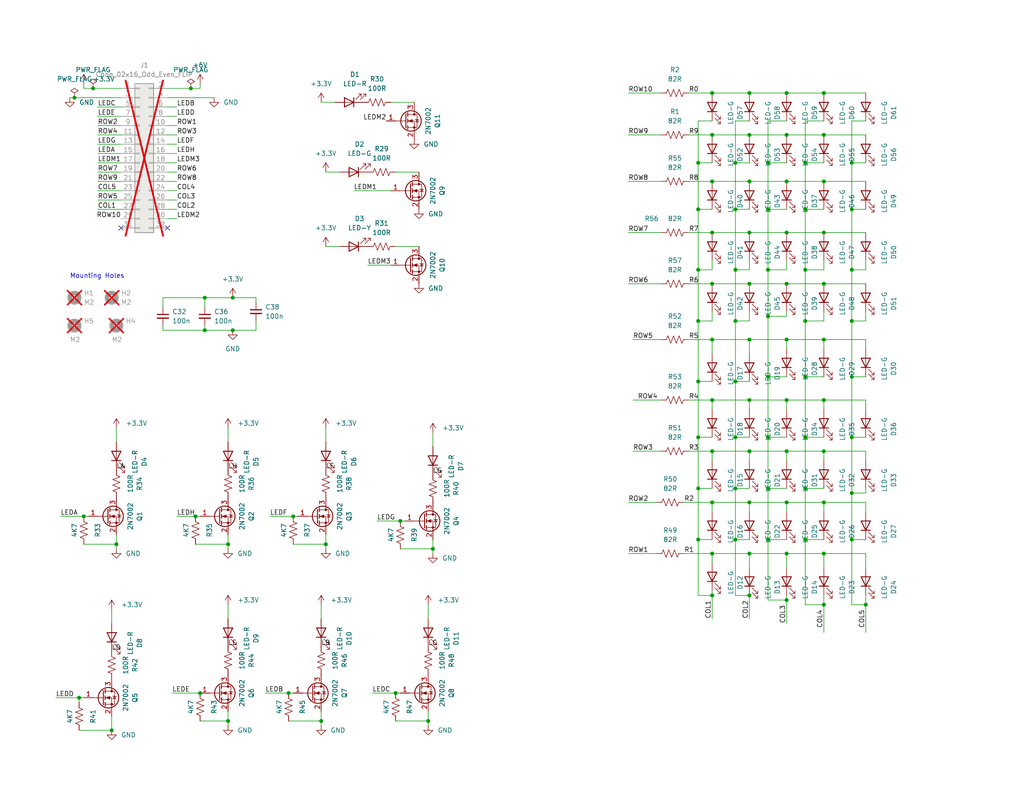
<source format=kicad_sch>
(kicad_sch (version 20230121) (generator eeschema)
  (paper "A")
  (title_block (title "Disp") (rev "vV7") (company "Cullen Jennings"))
  (junction (at 224.79 109.22))
  (junction (at 214.63 163.83))
  (junction (at 190.5 57.15))
  (junction (at 236.22 165.1))
  (junction (at 63.5 81.28))
  (junction (at 232.41 102.87))
  (junction (at 200.66 57.15))
  (junction (at 204.47 151.13))
  (junction (at 204.47 137.16))
  (junction (at 194.31 162.56))
  (junction (at 116.84 196.85))
  (junction (at 214.63 137.16))
  (junction (at 194.31 49.53))
  (junction (at 209.55 133.35))
  (junction (at 194.31 123.19))
  (junction (at 214.63 77.47))
  (junction (at 194.31 151.13))
  (junction (at 209.55 73.66))
  (junction (at 224.79 137.16))
  (junction (at 194.31 36.83))
  (junction (at 219.71 57.15))
  (junction (at 194.31 63.5))
  (junction (at 219.71 44.45))
  (junction (at 200.66 133.35))
  (junction (at 232.41 119.38))
  (junction (at 224.79 49.53))
  (junction (at 224.79 36.83))
  (junction (at 190.5 119.38))
  (junction (at 219.71 133.35))
  (junction (at 200.66 87.63))
  (junction (at 204.47 92.71))
  (junction (at 214.63 92.71))
  (junction (at 224.79 123.19))
  (junction (at 54.61 189.23))
  (junction (at 224.79 77.47))
  (junction (at 200.66 119.38))
  (junction (at 194.31 109.22))
  (junction (at 109.22 142.24))
  (junction (at 30.48 199.39))
  (junction (at 224.79 165.1))
  (junction (at 204.47 49.53))
  (junction (at 204.47 25.4))
  (junction (at 31.75 148.59))
  (junction (at 200.66 73.66))
  (junction (at 204.47 36.83))
  (junction (at 214.63 25.4))
  (junction (at 232.41 57.15))
  (junction (at 55.88 90.17))
  (junction (at 25.4 24.13))
  (junction (at 209.55 102.87))
  (junction (at 190.5 147.32))
  (junction (at 209.55 44.45))
  (junction (at 87.63 196.85))
  (junction (at 194.31 92.71))
  (junction (at 63.5 90.17))
  (junction (at 219.71 87.63))
  (junction (at 190.5 104.14))
  (junction (at 52.07 24.13))
  (junction (at 214.63 36.83))
  (junction (at 55.88 81.28))
  (junction (at 219.71 73.66))
  (junction (at 204.47 63.5))
  (junction (at 20.32 26.67))
  (junction (at 209.55 119.38))
  (junction (at 200.66 104.14))
  (junction (at 21.59 190.5))
  (junction (at 232.41 87.63))
  (junction (at 214.63 123.19))
  (junction (at 209.55 147.32))
  (junction (at 107.95 189.23))
  (junction (at 204.47 77.47))
  (junction (at 62.23 148.59))
  (junction (at 62.23 196.85))
  (junction (at 194.31 77.47))
  (junction (at 194.31 25.4))
  (junction (at 209.55 86.36))
  (junction (at 22.86 140.97))
  (junction (at 200.66 147.32))
  (junction (at 219.71 119.38))
  (junction (at 219.71 102.87))
  (junction (at 190.5 73.66))
  (junction (at 214.63 63.5))
  (junction (at 190.5 44.45))
  (junction (at 78.74 189.23))
  (junction (at 224.79 92.71))
  (junction (at 53.34 140.97))
  (junction (at 232.41 73.66))
  (junction (at 200.66 44.45))
  (junction (at 232.41 134.62))
  (junction (at 204.47 162.56))
  (junction (at 209.55 57.15))
  (junction (at 80.01 140.97))
  (junction (at 219.71 147.32))
  (junction (at 204.47 109.22))
  (junction (at 194.31 137.16))
  (junction (at 214.63 49.53))
  (junction (at 190.5 87.63))
  (junction (at 190.5 133.35))
  (junction (at 214.63 109.22))
  (junction (at 232.41 147.32))
  (junction (at 118.11 149.86))
  (junction (at 224.79 25.4))
  (junction (at 214.63 151.13))
  (junction (at 224.79 63.5))
  (junction (at 232.41 44.45))
  (junction (at 204.47 123.19))
  (junction (at 224.79 151.13))
  (junction (at 88.9 148.59))
  (no_connect (at 45.72 62.23))
  (no_connect (at 33.02 62.23))
  (wire (pts (xy 44.45 81.28) (xy 55.88 81.28)))
  (wire (pts (xy 62.23 194.31) (xy 62.23 196.85)))
  (wire (pts (xy 209.55 102.87) (xy 209.55 119.38)))
  (wire (pts (xy 236.22 125.73) (xy 236.22 123.19)))
  (wire (pts (xy 87.63 196.85) (xy 87.63 198.12)))
  (wire (pts (xy 224.79 133.35) (xy 219.71 133.35)))
  (wire (pts (xy 62.23 148.59) (xy 62.23 149.86)))
  (wire (pts (xy 26.67 49.53) (xy 33.02 49.53)))
  (wire (pts (xy 72.39 189.23) (xy 78.74 189.23)))
  (wire (pts (xy 236.22 137.16) (xy 224.79 137.16)))
  (wire (pts (xy 186.69 137.16) (xy 194.31 137.16)))
  (wire (pts (xy 55.88 81.28) (xy 63.5 81.28)))
  (wire (pts (xy 78.74 189.23) (xy 80.01 189.23)))
  (wire (pts (xy 107.95 67.31) (xy 114.3 67.31)))
  (wire (pts (xy 204.47 162.56) (xy 204.47 168.91)))
  (wire (pts (xy 26.67 39.37) (xy 33.02 39.37)))
  (wire (pts (xy 62.23 196.85) (xy 62.23 198.12)))
  (wire (pts (xy 224.79 71.12) (xy 224.79 73.66)))
  (wire (pts (xy 88.9 148.59) (xy 88.9 149.86)))
  (wire (pts (xy 236.22 133.35) (xy 236.22 134.62)))
  (wire (pts (xy 232.41 165.1) (xy 236.22 165.1)))
  (wire (pts (xy 190.5 162.56) (xy 194.31 162.56)))
  (wire (pts (xy 236.22 111.76) (xy 236.22 109.22)))
  (wire (pts (xy 102.87 142.24) (xy 109.22 142.24)))
  (wire (pts (xy 194.31 111.76) (xy 194.31 109.22)))
  (wire (pts (xy 69.85 82.55) (xy 69.85 81.28)))
  (wire (pts (xy 219.71 44.45) (xy 219.71 57.15)))
  (wire (pts (xy 88.9 67.31) (xy 92.71 67.31)))
  (wire (pts (xy 31.75 148.59) (xy 31.75 149.86)))
  (wire (pts (xy 33.02 24.13) (xy 25.4 24.13)))
  (wire (pts (xy 224.79 77.47) (xy 236.22 77.47)))
  (wire (pts (xy 62.23 116.84) (xy 62.23 120.65)))
  (wire (pts (xy 219.71 147.32) (xy 219.71 165.1)))
  (wire (pts (xy 194.31 44.45) (xy 190.5 44.45)))
  (wire (pts (xy 214.63 109.22) (xy 204.47 109.22)))
  (wire (pts (xy 200.66 33.02) (xy 200.66 44.45)))
  (wire (pts (xy 214.63 151.13) (xy 204.47 151.13)))
  (wire (pts (xy 26.67 44.45) (xy 33.02 44.45)))
  (wire (pts (xy 78.74 196.85) (xy 87.63 196.85)))
  (wire (pts (xy 209.55 163.83) (xy 214.63 163.83)))
  (wire (pts (xy 224.79 25.4) (xy 236.22 25.4)))
  (wire (pts (xy 214.63 154.94) (xy 214.63 151.13)))
  (wire (pts (xy 63.5 81.28) (xy 69.85 81.28)))
  (wire (pts (xy 209.55 133.35) (xy 214.63 133.35)))
  (wire (pts (xy 21.59 190.5) (xy 21.59 191.77)))
  (wire (pts (xy 46.99 189.23) (xy 54.61 189.23)))
  (wire (pts (xy 26.67 31.75) (xy 33.02 31.75)))
  (wire (pts (xy 236.22 92.71) (xy 224.79 92.71)))
  (wire (pts (xy 45.72 24.13) (xy 52.07 24.13)))
  (wire (pts (xy 44.45 90.17) (xy 55.88 90.17)))
  (wire (pts (xy 219.71 57.15) (xy 219.71 73.66)))
  (wire (pts (xy 187.96 36.83) (xy 194.31 36.83)))
  (wire (pts (xy 53.34 140.97) (xy 54.61 140.97)))
  (wire (pts (xy 236.22 44.45) (xy 232.41 44.45)))
  (wire (pts (xy 236.22 123.19) (xy 224.79 123.19)))
  (wire (pts (xy 224.79 33.02) (xy 219.71 33.02)))
  (wire (pts (xy 204.47 44.45) (xy 200.66 44.45)))
  (wire (pts (xy 187.96 25.4) (xy 194.31 25.4)))
  (wire (pts (xy 190.5 133.35) (xy 190.5 147.32)))
  (wire (pts (xy 204.47 137.16) (xy 194.31 137.16)))
  (wire (pts (xy 219.71 119.38) (xy 224.79 119.38)))
  (wire (pts (xy 30.48 195.58) (xy 30.48 199.39)))
  (wire (pts (xy 236.22 57.15) (xy 232.41 57.15)))
  (wire (pts (xy 224.79 165.1) (xy 224.79 172.72)))
  (wire (pts (xy 190.5 73.66) (xy 190.5 87.63)))
  (wire (pts (xy 219.71 133.35) (xy 219.71 147.32)))
  (wire (pts (xy 45.72 26.67) (xy 58.42 26.67)))
  (wire (pts (xy 54.61 196.85) (xy 62.23 196.85)))
  (wire (pts (xy 224.79 57.15) (xy 219.71 57.15)))
  (wire (pts (xy 200.66 104.14) (xy 200.66 119.38)))
  (wire (pts (xy 171.45 77.47) (xy 180.34 77.47)))
  (wire (pts (xy 232.41 147.32) (xy 232.41 165.1)))
  (wire (pts (xy 87.63 165.1) (xy 87.63 168.91)))
  (wire (pts (xy 45.72 46.99) (xy 48.26 46.99)))
  (wire (pts (xy 224.79 85.09) (xy 224.79 87.63)))
  (wire (pts (xy 62.23 165.1) (xy 62.23 168.91)))
  (wire (pts (xy 187.96 77.47) (xy 194.31 77.47)))
  (wire (pts (xy 200.66 119.38) (xy 204.47 119.38)))
  (wire (pts (xy 194.31 162.56) (xy 194.31 168.91)))
  (wire (pts (xy 26.67 36.83) (xy 33.02 36.83)))
  (wire (pts (xy 214.63 25.4) (xy 224.79 25.4)))
  (wire (pts (xy 236.22 109.22) (xy 224.79 109.22)))
  (wire (pts (xy 224.79 151.13) (xy 236.22 151.13)))
  (wire (pts (xy 194.31 109.22) (xy 187.96 109.22)))
  (wire (pts (xy 31.75 146.05) (xy 31.75 148.59)))
  (wire (pts (xy 224.79 162.56) (xy 224.79 165.1)))
  (wire (pts (xy 172.72 123.19) (xy 180.34 123.19)))
  (wire (pts (xy 19.05 26.67) (xy 20.32 26.67)))
  (wire (pts (xy 214.63 85.09) (xy 214.63 86.36)))
  (wire (pts (xy 171.45 25.4) (xy 180.34 25.4)))
  (wire (pts (xy 194.31 151.13) (xy 186.69 151.13)))
  (wire (pts (xy 21.59 190.5) (xy 22.86 190.5)))
  (wire (pts (xy 236.22 87.63) (xy 232.41 87.63)))
  (wire (pts (xy 204.47 104.14) (xy 200.66 104.14)))
  (wire (pts (xy 219.71 73.66) (xy 219.71 87.63)))
  (wire (pts (xy 107.95 189.23) (xy 109.22 189.23)))
  (wire (pts (xy 118.11 147.32) (xy 118.11 149.86)))
  (wire (pts (xy 26.67 54.61) (xy 33.02 54.61)))
  (wire (pts (xy 194.31 133.35) (xy 190.5 133.35)))
  (wire (pts (xy 116.84 194.31) (xy 116.84 196.85)))
  (wire (pts (xy 209.55 133.35) (xy 209.55 147.32)))
  (wire (pts (xy 26.67 34.29) (xy 33.02 34.29)))
  (wire (pts (xy 204.47 123.19) (xy 194.31 123.19)))
  (wire (pts (xy 171.45 63.5) (xy 180.34 63.5)))
  (wire (pts (xy 80.01 148.59) (xy 88.9 148.59)))
  (wire (pts (xy 172.72 109.22) (xy 180.34 109.22)))
  (wire (pts (xy 96.52 52.07) (xy 106.68 52.07)))
  (wire (pts (xy 204.47 85.09) (xy 204.47 87.63)))
  (wire (pts (xy 194.31 57.15) (xy 190.5 57.15)))
  (wire (pts (xy 52.07 24.13) (xy 54.61 24.13)))
  (wire (pts (xy 88.9 146.05) (xy 88.9 148.59)))
  (wire (pts (xy 224.79 36.83) (xy 236.22 36.83)))
  (wire (pts (xy 45.72 57.15) (xy 48.26 57.15)))
  (wire (pts (xy 200.66 147.32) (xy 200.66 162.56)))
  (wire (pts (xy 232.41 87.63) (xy 232.41 102.87)))
  (wire (pts (xy 236.22 154.94) (xy 236.22 151.13)))
  (wire (pts (xy 209.55 119.38) (xy 209.55 133.35)))
  (wire (pts (xy 209.55 57.15) (xy 209.55 73.66)))
  (wire (pts (xy 53.34 148.59) (xy 62.23 148.59)))
  (wire (pts (xy 194.31 161.29) (xy 194.31 162.56)))
  (wire (pts (xy 209.55 147.32) (xy 214.63 147.32)))
  (wire (pts (xy 236.22 134.62) (xy 232.41 134.62)))
  (wire (pts (xy 116.84 165.1) (xy 116.84 168.91)))
  (wire (pts (xy 224.79 123.19) (xy 224.79 125.73)))
  (wire (pts (xy 224.79 109.22) (xy 214.63 109.22)))
  (wire (pts (xy 200.66 119.38) (xy 200.66 133.35)))
  (wire (pts (xy 214.63 137.16) (xy 214.63 139.7)))
  (wire (pts (xy 22.86 140.97) (xy 24.13 140.97)))
  (wire (pts (xy 194.31 49.53) (xy 204.47 49.53)))
  (wire (pts (xy 190.5 119.38) (xy 194.31 119.38)))
  (wire (pts (xy 190.5 147.32) (xy 194.31 147.32)))
  (wire (pts (xy 73.66 140.97) (xy 80.01 140.97)))
  (wire (pts (xy 116.84 196.85) (xy 116.84 198.12)))
  (wire (pts (xy 55.88 88.9) (xy 55.88 90.17)))
  (wire (pts (xy 209.55 33.02) (xy 214.63 33.02)))
  (wire (pts (xy 22.86 24.13) (xy 22.86 22.86)))
  (wire (pts (xy 194.31 123.19) (xy 194.31 125.73)))
  (wire (pts (xy 194.31 73.66) (xy 190.5 73.66)))
  (wire (pts (xy 214.63 71.12) (xy 214.63 73.66)))
  (wire (pts (xy 187.96 63.5) (xy 194.31 63.5)))
  (wire (pts (xy 219.71 102.87) (xy 219.71 119.38)))
  (wire (pts (xy 224.79 92.71) (xy 214.63 92.71)))
  (wire (pts (xy 45.72 34.29) (xy 48.26 34.29)))
  (wire (pts (xy 194.31 33.02) (xy 190.5 33.02)))
  (wire (pts (xy 80.01 140.97) (xy 81.28 140.97)))
  (wire (pts (xy 214.63 92.71) (xy 214.63 95.25)))
  (wire (pts (xy 214.63 73.66) (xy 209.55 73.66)))
  (wire (pts (xy 200.66 162.56) (xy 204.47 162.56)))
  (wire (pts (xy 200.66 44.45) (xy 200.66 57.15)))
  (wire (pts (xy 204.47 57.15) (xy 200.66 57.15)))
  (wire (pts (xy 209.55 33.02) (xy 209.55 44.45)))
  (wire (pts (xy 214.63 77.47) (xy 224.79 77.47)))
  (wire (pts (xy 204.47 73.66) (xy 200.66 73.66)))
  (wire (pts (xy 204.47 25.4) (xy 214.63 25.4)))
  (wire (pts (xy 232.41 33.02) (xy 232.41 44.45)))
  (wire (pts (xy 190.5 33.02) (xy 190.5 44.45)))
  (wire (pts (xy 214.63 36.83) (xy 224.79 36.83)))
  (wire (pts (xy 224.79 44.45) (xy 219.71 44.45)))
  (wire (pts (xy 21.59 199.39) (xy 30.48 199.39)))
  (wire (pts (xy 55.88 90.17) (xy 63.5 90.17)))
  (wire (pts (xy 106.68 27.94) (xy 113.03 27.94)))
  (wire (pts (xy 209.55 44.45) (xy 209.55 57.15)))
  (wire (pts (xy 236.22 139.7) (xy 236.22 137.16)))
  (wire (pts (xy 209.55 57.15) (xy 214.63 57.15)))
  (wire (pts (xy 209.55 73.66) (xy 209.55 86.36)))
  (wire (pts (xy 190.5 87.63) (xy 190.5 104.14)))
  (wire (pts (xy 236.22 165.1) (xy 236.22 172.72)))
  (wire (pts (xy 190.5 44.45) (xy 190.5 57.15)))
  (wire (pts (xy 194.31 92.71) (xy 194.31 96.52)))
  (wire (pts (xy 171.45 36.83) (xy 180.34 36.83)))
  (wire (pts (xy 26.67 29.21) (xy 33.02 29.21)))
  (wire (pts (xy 194.31 77.47) (xy 204.47 77.47)))
  (wire (pts (xy 87.63 27.94) (xy 91.44 27.94)))
  (wire (pts (xy 16.51 140.97) (xy 22.86 140.97)))
  (wire (pts (xy 224.79 137.16) (xy 224.79 139.7)))
  (wire (pts (xy 31.75 116.84) (xy 31.75 120.65)))
  (wire (pts (xy 204.47 33.02) (xy 200.66 33.02)))
  (wire (pts (xy 69.85 87.63) (xy 69.85 90.17)))
  (wire (pts (xy 48.26 140.97) (xy 53.34 140.97)))
  (wire (pts (xy 236.22 95.25) (xy 236.22 92.71)))
  (wire (pts (xy 209.55 44.45) (xy 214.63 44.45)))
  (wire (pts (xy 45.72 59.69) (xy 48.26 59.69)))
  (wire (pts (xy 200.66 73.66) (xy 200.66 87.63)))
  (wire (pts (xy 20.32 26.67) (xy 33.02 26.67)))
  (wire (pts (xy 219.71 119.38) (xy 219.71 133.35)))
  (wire (pts (xy 232.41 102.87) (xy 232.41 119.38)))
  (wire (pts (xy 204.47 87.63) (xy 200.66 87.63)))
  (wire (pts (xy 224.79 92.71) (xy 224.79 95.25)))
  (wire (pts (xy 214.63 63.5) (xy 224.79 63.5)))
  (wire (pts (xy 204.47 151.13) (xy 204.47 154.94)))
  (wire (pts (xy 200.66 87.63) (xy 200.66 104.14)))
  (wire (pts (xy 204.47 71.12) (xy 204.47 73.66)))
  (wire (pts (xy 88.9 116.84) (xy 88.9 120.65)))
  (wire (pts (xy 88.9 46.99) (xy 92.71 46.99)))
  (wire (pts (xy 214.63 123.19) (xy 214.63 125.73)))
  (wire (pts (xy 236.22 85.09) (xy 236.22 87.63)))
  (wire (pts (xy 224.79 49.53) (xy 236.22 49.53)))
  (wire (pts (xy 45.72 49.53) (xy 48.26 49.53)))
  (wire (pts (xy 236.22 33.02) (xy 232.41 33.02)))
  (wire (pts (xy 55.88 81.28) (xy 55.88 83.82)))
  (wire (pts (xy 171.45 151.13) (xy 179.07 151.13)))
  (wire (pts (xy 26.67 41.91) (xy 33.02 41.91)))
  (wire (pts (xy 214.63 109.22) (xy 214.63 111.76)))
  (wire (pts (xy 214.63 123.19) (xy 204.47 123.19)))
  (wire (pts (xy 15.24 190.5) (xy 21.59 190.5)))
  (wire (pts (xy 200.66 133.35) (xy 200.66 147.32)))
  (wire (pts (xy 190.5 147.32) (xy 190.5 162.56)))
  (wire (pts (xy 45.72 36.83) (xy 48.26 36.83)))
  (wire (pts (xy 194.31 85.09) (xy 194.31 87.63)))
  (wire (pts (xy 30.48 166.37) (xy 30.48 170.18)))
  (wire (pts (xy 200.66 57.15) (xy 200.66 73.66)))
  (wire (pts (xy 194.31 153.67) (xy 194.31 151.13)))
  (wire (pts (xy 63.5 90.17) (xy 69.85 90.17)))
  (wire (pts (xy 45.72 39.37) (xy 48.26 39.37)))
  (wire (pts (xy 224.79 109.22) (xy 224.79 111.76)))
  (wire (pts (xy 224.79 102.87) (xy 219.71 102.87)))
  (wire (pts (xy 45.72 54.61) (xy 48.26 54.61)))
  (wire (pts (xy 26.67 57.15) (xy 33.02 57.15)))
  (wire (pts (xy 194.31 71.12) (xy 194.31 73.66)))
  (wire (pts (xy 26.67 52.07) (xy 33.02 52.07)))
  (wire (pts (xy 190.5 57.15) (xy 190.5 73.66)))
  (wire (pts (xy 204.47 36.83) (xy 214.63 36.83)))
  (wire (pts (xy 194.31 63.5) (xy 204.47 63.5)))
  (wire (pts (xy 194.31 36.83) (xy 204.47 36.83)))
  (wire (pts (xy 214.63 102.87) (xy 209.55 102.87)))
  (wire (pts (xy 194.31 104.14) (xy 190.5 104.14)))
  (wire (pts (xy 224.79 137.16) (xy 214.63 137.16)))
  (wire (pts (xy 171.45 137.16) (xy 179.07 137.16)))
  (wire (pts (xy 214.63 86.36) (xy 209.55 86.36)))
  (wire (pts (xy 101.6 189.23) (xy 107.95 189.23)))
  (wire (pts (xy 171.45 49.53) (xy 180.34 49.53)))
  (wire (pts (xy 204.47 63.5) (xy 214.63 63.5)))
  (wire (pts (xy 194.31 137.16) (xy 194.31 139.7)))
  (wire (pts (xy 232.41 134.62) (xy 232.41 147.32)))
  (wire (pts (xy 204.47 96.52) (xy 204.47 92.71)))
  (wire (pts (xy 232.41 73.66) (xy 232.41 87.63)))
  (wire (pts (xy 45.72 44.45) (xy 48.26 44.45)))
  (wire (pts (xy 236.22 102.87) (xy 232.41 102.87)))
  (wire (pts (xy 187.96 123.19) (xy 194.31 123.19)))
  (wire (pts (xy 25.4 24.13) (xy 22.86 24.13)))
  (wire (pts (xy 236.22 71.12) (xy 236.22 73.66)))
  (wire (pts (xy 187.96 49.53) (xy 194.31 49.53)))
  (wire (pts (xy 224.79 87.63) (xy 219.71 87.63)))
  (wire (pts (xy 232.41 119.38) (xy 236.22 119.38)))
  (wire (pts (xy 224.79 154.94) (xy 224.79 151.13)))
  (wire (pts (xy 172.72 92.71) (xy 180.34 92.71)))
  (wire (pts (xy 214.63 151.13) (xy 224.79 151.13)))
  (wire (pts (xy 204.47 49.53) (xy 214.63 49.53)))
  (wire (pts (xy 190.5 119.38) (xy 190.5 133.35)))
  (wire (pts (xy 236.22 162.56) (xy 236.22 165.1)))
  (wire (pts (xy 118.11 118.11) (xy 118.11 121.92)))
  (wire (pts (xy 45.72 31.75) (xy 48.26 31.75)))
  (wire (pts (xy 204.47 92.71) (xy 194.31 92.71)))
  (wire (pts (xy 214.63 92.71) (xy 204.47 92.71)))
  (wire (pts (xy 219.71 87.63) (xy 219.71 102.87)))
  (wire (pts (xy 232.41 57.15) (xy 232.41 73.66)))
  (wire (pts (xy 100.33 72.39) (xy 106.68 72.39)))
  (wire (pts (xy 204.47 151.13) (xy 194.31 151.13)))
  (wire (pts (xy 224.79 63.5) (xy 236.22 63.5)))
  (wire (pts (xy 204.47 139.7) (xy 204.47 137.16)))
  (wire (pts (xy 45.72 52.07) (xy 48.26 52.07)))
  (wire (pts (xy 190.5 104.14) (xy 190.5 119.38)))
  (wire (pts (xy 219.71 33.02) (xy 219.71 44.45)))
  (wire (pts (xy 87.63 194.31) (xy 87.63 196.85)))
  (wire (pts (xy 214.63 162.56) (xy 214.63 163.83)))
  (wire (pts (xy 232.41 147.32) (xy 236.22 147.32)))
  (wire (pts (xy 109.22 142.24) (xy 110.49 142.24)))
  (wire (pts (xy 209.55 119.38) (xy 214.63 119.38)))
  (wire (pts (xy 204.47 109.22) (xy 194.31 109.22)))
  (wire (pts (xy 209.55 147.32) (xy 209.55 163.83)))
  (wire (pts (xy 62.23 146.05) (xy 62.23 148.59)))
  (wire (pts (xy 54.61 24.13) (xy 54.61 22.86)))
  (wire (pts (xy 232.41 44.45) (xy 232.41 57.15)))
  (wire (pts (xy 44.45 83.82) (xy 44.45 81.28)))
  (wire (pts (xy 200.66 147.32) (xy 204.47 147.32)))
  (wire (pts (xy 118.11 149.86) (xy 118.11 151.13)))
  (wire (pts (xy 214.63 49.53) (xy 224.79 49.53)))
  (wire (pts (xy 236.22 73.66) (xy 232.41 73.66)))
  (wire (pts (xy 204.47 77.47) (xy 214.63 77.47)))
  (wire (pts (xy 209.55 86.36) (xy 209.55 102.87)))
  (wire (pts (xy 107.95 196.85) (xy 116.84 196.85)))
  (wire (pts (xy 200.66 133.35) (xy 204.47 133.35)))
  (wire (pts (xy 194.31 87.63) (xy 190.5 87.63)))
  (wire (pts (xy 194.31 25.4) (xy 204.47 25.4)))
  (wire (pts (xy 224.79 147.32) (xy 219.71 147.32)))
  (wire (pts (xy 224.79 123.19) (xy 214.63 123.19)))
  (wire (pts (xy 204.47 111.76) (xy 204.47 109.22)))
  (wire (pts (xy 44.45 88.9) (xy 44.45 90.17)))
  (wire (pts (xy 214.63 137.16) (xy 204.47 137.16)))
  (wire (pts (xy 219.71 165.1) (xy 224.79 165.1)))
  (wire (pts (xy 26.67 46.99) (xy 33.02 46.99)))
  (wire (pts (xy 107.95 46.99) (xy 114.3 46.99)))
  (wire (pts (xy 204.47 125.73) (xy 204.47 123.19)))
  (wire (pts (xy 45.72 29.21) (xy 48.26 29.21)))
  (wire (pts (xy 109.22 149.86) (xy 118.11 149.86)))
  (wire (pts (xy 224.79 73.66) (xy 219.71 73.66)))
  (wire (pts (xy 45.72 41.91) (xy 48.26 41.91)))
  (wire (pts (xy 22.86 148.59) (xy 31.75 148.59)))
  (wire (pts (xy 214.63 163.83) (xy 214.63 170.18)))
  (wire (pts (xy 232.41 119.38) (xy 232.41 134.62)))
  (wire (pts (xy 187.96 92.71) (xy 194.31 92.71)))
  (text "Mounting Holes" (at 19.05 76.2 0) (effects (font (size 1.27 1.27)) (justify left bottom)))
  (label "LEDF" (at 73.66 140.97 0))
  (label "COL1" (at 26.67 57.15 0))
  (label "LEDD" (at 48.26 31.75 0))
  (label "LEDM3" (at 100.33 72.39 0))
  (label "ROW2" (at 171.45 137.16 0))
  (label "R8" (at 187.96 49.53 0))
  (label "LEDM2" (at 48.26 59.69 0))
  (label "LEDE" (at 46.99 189.23 0))
  (label "LEDA" (at 16.51 140.97 0))
  (label "R9" (at 187.96 36.83 0))
  (label "LEDM2" (at 105.41 33.02 180))
  (label "LEDD" (at 15.24 190.5 0))
  (label "LA" (at 31.75 128.27 0))
  (label "R1" (at 186.69 151.13 0))
  (label "LEDB" (at 48.26 29.21 0))
  (label "LF" (at 88.9 128.27 0))
  (label "ROW5" (at 172.72 92.71 0))
  (label "COL3" (at 214.63 170.18 90))
  (label "LEDH" (at 48.26 41.91 0))
  (label "COL5" (at 236.22 171.45 90))
  (label "R4" (at 187.96 109.22 0))
  (label "ROW3" (at 172.72 123.19 0))
  (label "ROW1" (at 48.26 34.29 0))
  (label "ROW9" (at 26.67 49.53 0))
  (label "ROW4" (at 26.67 36.83 0))
  (label "LD" (at 30.48 177.8 0))
  (label "LEDF" (at 48.26 39.37 0))
  (label "ROW9" (at 171.45 36.83 0))
  (label "R6" (at 187.96 77.47 0))
  (label "ROW8" (at 171.45 49.53 0))
  (label "LEDH" (at 48.26 140.97 0))
  (label "ROW6" (at 48.26 46.99 0))
  (label "R5" (at 187.96 92.71 0))
  (label "ROW2" (at 26.67 34.29 0))
  (label "LE" (at 62.23 176.53 0))
  (label "ROW4" (at 173.99 109.22 0))
  (label "COL2" (at 204.47 168.91 90))
  (label "R0" (at 187.96 25.4 0))
  (label "ROW10" (at 33.02 59.69 180))
  (label "ROW8" (at 48.26 49.53 0))
  (label "ROW1" (at 171.45 151.13 0))
  (label "LEDM1" (at 96.52 52.07 0))
  (label "COL5" (at 26.67 52.07 0))
  (label "COL1" (at 194.31 168.91 90))
  (label "COL3" (at 48.26 54.61 0))
  (label "ROW10" (at 171.45 25.4 0))
  (label "LEDB" (at 72.39 189.23 0))
  (label "COL2" (at 48.26 57.15 0))
  (label "COL4" (at 48.26 52.07 0))
  (label "LEDA" (at 26.67 41.91 0))
  (label "LEDC" (at 101.6 189.23 0))
  (label "COL4" (at 224.79 171.45 90))
  (label "LEDG" (at 26.67 39.37 0))
  (label "LEDM1" (at 26.67 44.45 0))
  (label "LEDE" (at 26.67 31.75 0))
  (label "LG" (at 118.11 129.54 0))
  (label "R7" (at 187.96 63.5 0))
  (label "LEDM3" (at 48.26 44.45 0))
  (label "ROW7" (at 171.45 63.5 0))
  (label "LEDG" (at 102.87 142.24 0))
  (label "LC" (at 116.84 176.53 0))
  (label "LB" (at 87.63 176.53 0))
  (label "ROW3" (at 48.26 36.83 0))
  (label "ROW7" (at 26.67 46.99 0))
  (label "ROW6" (at 171.45 77.47 0))
  (label "ROW5" (at 26.67 54.61 0))
  (label "LH" (at 62.23 128.27 0))
  (label "R3" (at 187.96 123.19 0))
  (label "R2" (at 186.69 137.16 0))
  (label "LEDC" (at 26.67 29.21 0))
  (symbol (lib_id "Device:LED") (at 194.31 143.51 90) (unit 1)
    (property "Reference" "D16" (at 201.93 145.0975 0))
    (property "Value" "LED-G" (at 199.39 145.0975 0))
    (property "Footprint" "LED_SMD:LED_0603_1608Metric" (effects hide))
    (property "Datasheet" "https://jlcpcb.com/partdetail/liteon-LTSTC190KRKT/C94869#:~:text=Datasheet-,Download,-Source" (effects hide))
    (property "JLCPCB Part #" "C125093" (effects hide))
  )
  (symbol (lib_id "Device:R_US") (at 184.15 25.4 270) (unit 1)
    (property "Reference" "R2" (at 184.15 19.05 90))
    (property "Value" "82R" (at 184.15 21.59 90))
    (property "Footprint" "Resistor_SMD:R_0603_1608Metric" (effects hide))
    (property "JLCPCB Part #" "C23255" (effects hide))
  )
  (symbol (lib_id "Device:LED") (at 214.63 143.51 90) (unit 1)
    (property "Reference" "D25" (at 222.25 145.0975 0))
    (property "Value" "LED-G" (at 219.71 145.0975 0))
    (property "Footprint" "LED_SMD:LED_0603_1608Metric" (effects hide))
    (property "Datasheet" "https://jlcpcb.com/partdetail/liteon-LTSTC190KRKT/C94869#:~:text=Datasheet-,Download,-Source" (effects hide))
    (property "JLCPCB Part #" "C125093" (effects hide))
  )
  (symbol (lib_id "Device:LED") (at 236.22 29.21 90) (unit 1)
    (property "Reference" "D61" (at 243.84 30.7975 0))
    (property "Value" "LED-G" (at 241.3 30.7975 0))
    (property "Footprint" "LED_SMD:LED_0603_1608Metric" (effects hide))
    (property "Datasheet" "https://jlcpcb.com/partdetail/liteon-LTSTC190KRKT/C94869#:~:text=Datasheet-,Download,-Source" (effects hide))
    (property "JLCPCB Part #" "C125093" (effects hide))
  )
  (symbol (lib_id "Device:LED") (at 204.47 40.64 90) (unit 1)
    (property "Reference" "D53" (at 212.09 42.2275 0))
    (property "Value" "LED-G" (at 209.55 42.2275 0))
    (property "Footprint" "LED_SMD:LED_0603_1608Metric" (effects hide))
    (property "Datasheet" "https://jlcpcb.com/partdetail/liteon-LTSTC190KRKT/C94869#:~:text=Datasheet-,Download,-Source" (effects hide))
    (property "JLCPCB Part #" "C125093" (effects hide))
  )
  (symbol (lib_id "power:+3.3V") (at 87.63 27.94 0) (unit 1)
    (property "Reference" "#PWR076" (effects hide))
    (property "Value" "+3.3V" (at 87.63 22.86 0))
  )
  (symbol (lib_id "Device:LED") (at 204.47 158.75 90) (unit 1)
    (property "Reference" "D13" (at 212.09 160.3375 0))
    (property "Value" "LED-G" (at 209.55 160.3375 0))
    (property "Footprint" "LED_SMD:LED_0603_1608Metric" (effects hide))
    (property "Datasheet" "https://jlcpcb.com/partdetail/liteon-LTSTC190KRKT/C94869#:~:text=Datasheet-,Download,-Source" (effects hide))
    (property "JLCPCB Part #" "C125093" (effects hide))
  )
  (symbol (lib_id "power:PWR_FLAG") (at 52.07 24.13 0) (unit 1)
    (property "Reference" "#FLG02" (effects hide))
    (property "Value" "PWR_FLAG" (at 52.07 19.05 0))
  )
  (symbol (lib_id "power:+3.3V") (at 31.75 116.84 0) (unit 1)
    (property "Reference" "#PWR09" (effects hide))
    (property "Value" "+3.3V" (at 34.29 115.57 0) (effects (justify left)))
  )
  (symbol (lib_id "Mechanical:MountingHole") (at 30.48 81.28 0) (unit 1) (in_bom no) (dnp yes)
    (property "Reference" "H2" (at 33.02 80.01 0) (effects (justify left)))
    (property "Value" "M2" (at 33.02 82.55 0) (effects (justify left)))
    (property "Footprint" "MountingHole:MountingHole_2.2mm_M2" (effects hide))
  )
  (symbol (lib_id "Device:R_US") (at 62.23 132.08 0) (unit 1)
    (property "Reference" "R36" (at 68.58 132.08 90))
    (property "Value" "100R" (at 66.04 132.08 90))
    (property "Footprint" "Resistor_SMD:R_0603_1608Metric" (effects hide))
    (property "JLCPCB Part #" "C22775" (effects hide))
  )
  (symbol (lib_id "Device:LED") (at 214.63 81.28 90) (unit 1)
    (property "Reference" "D39" (at 222.25 82.8675 0))
    (property "Value" "LED-G" (at 219.71 82.8675 0))
    (property "Footprint" "LED_SMD:LED_0603_1608Metric" (effects hide))
    (property "Datasheet" "https://jlcpcb.com/partdetail/liteon-LTSTC190KRKT/C94869#:~:text=Datasheet-,Download,-Source" (effects hide))
    (property "JLCPCB Part #" "C125093" (effects hide))
  )
  (symbol (lib_id "Device:R_US") (at 87.63 180.34 0) (unit 1)
    (property "Reference" "R46" (at 93.98 180.34 90))
    (property "Value" "100R" (at 91.44 180.34 90))
    (property "Footprint" "Resistor_SMD:R_0603_1608Metric" (effects hide))
    (property "JLCPCB Part #" "C22775" (effects hide))
  )
  (symbol (lib_id "Device:LED") (at 236.22 53.34 90) (unit 1)
    (property "Reference" "D49" (at 243.84 54.9275 0))
    (property "Value" "LED-G" (at 241.3 54.9275 0))
    (property "Footprint" "LED_SMD:LED_0603_1608Metric" (effects hide))
    (property "Datasheet" "https://jlcpcb.com/partdetail/liteon-LTSTC190KRKT/C94869#:~:text=Datasheet-,Download,-Source" (effects hide))
    (property "JLCPCB Part #" "C125093" (effects hide))
  )
  (symbol (lib_id "power:GND") (at 118.11 151.13 0) (unit 1)
    (property "Reference" "#PWR088" (effects hide))
    (property "Value" "GND" (at 120.65 152.4 0) (effects (justify left)))
  )
  (symbol (lib_id "Device:LED") (at 194.31 115.57 90) (unit 1)
    (property "Reference" "D18" (at 201.93 117.1575 0))
    (property "Value" "LED-G" (at 199.39 117.1575 0))
    (property "Footprint" "LED_SMD:LED_0603_1608Metric" (effects hide))
    (property "Datasheet" "https://jlcpcb.com/partdetail/liteon-LTSTC190KRKT/C94869#:~:text=Datasheet-,Download,-Source" (effects hide))
    (property "JLCPCB Part #" "C125093" (effects hide))
  )
  (symbol (lib_id "Device:LED") (at 95.25 27.94 180) (unit 1)
    (property "Reference" "D1" (at 96.8375 20.32 0))
    (property "Value" "LED-R" (at 96.8375 22.86 0))
    (property "Footprint" "LED_SMD:LED_0603_1608Metric" (effects hide))
    (property "Datasheet" "https://jlcpcb.com/partdetail/liteon-LTSTC190KRKT/C94869#:~:text=Datasheet-,Download,-Source" (effects hide))
    (property "JLCPCB Part #" "C94869" (effects hide))
  )
  (symbol (lib_id "Device:LED") (at 236.22 129.54 90) (unit 1)
    (property "Reference" "D33" (at 243.84 131.1275 0))
    (property "Value" "LED-G" (at 241.3 131.1275 0))
    (property "Footprint" "LED_SMD:LED_0603_1608Metric" (effects hide))
    (property "Datasheet" "https://jlcpcb.com/partdetail/liteon-LTSTC190KRKT/C94869#:~:text=Datasheet-,Download,-Source" (effects hide))
    (property "JLCPCB Part #" "C125093" (effects hide))
  )
  (symbol (lib_id "Transistor_FET:2N7002") (at 27.94 190.5 0) (unit 1)
    (property "Reference" "Q5" (at 36.83 190.5 90))
    (property "Value" "2N7002" (at 34.29 190.5 90))
    (property "Footprint" "Package_TO_SOT_SMD:SOT-23" (effects hide))
    (property "Datasheet" "https://www.onsemi.com/pub/Collateral/NDS7002A-D.PDF" (effects hide))
    (property "JLCPCB Part #" "C8545" (effects hide))
    (property "JLCPCB Rotation Offset" "180" (effects hide))
  )
  (symbol (lib_id "Device:LED") (at 194.31 81.28 90) (unit 1)
    (property "Reference" "D42" (at 201.93 82.8675 0))
    (property "Value" "LED-G" (at 199.39 82.8675 0))
    (property "Footprint" "LED_SMD:LED_0603_1608Metric" (effects hide))
    (property "Datasheet" "https://jlcpcb.com/partdetail/liteon-LTSTC190KRKT/C94869#:~:text=Datasheet-,Download,-Source" (effects hide))
    (property "JLCPCB Part #" "C125093" (effects hide))
  )
  (symbol (lib_id "Device:R_US") (at 118.11 133.35 0) (unit 1)
    (property "Reference" "R40" (at 124.46 133.35 90))
    (property "Value" "100R" (at 121.92 133.35 90))
    (property "Footprint" "Resistor_SMD:R_0603_1608Metric" (effects hide))
    (property "JLCPCB Part #" "C22775" (effects hide))
  )
  (symbol (lib_id "Device:LED") (at 194.31 53.34 90) (unit 1)
    (property "Reference" "D40" (at 201.93 54.9275 0))
    (property "Value" "LED-G" (at 199.39 54.9275 0))
    (property "Footprint" "LED_SMD:LED_0603_1608Metric" (effects hide))
    (property "Datasheet" "https://jlcpcb.com/partdetail/liteon-LTSTC190KRKT/C94869#:~:text=Datasheet-,Download,-Source" (effects hide))
    (property "JLCPCB Part #" "C125093" (effects hide))
  )
  (symbol (lib_id "Device:LED") (at 62.23 124.46 90) (unit 1)
    (property "Reference" "D5" (at 69.85 126.0475 0))
    (property "Value" "LED-R" (at 67.31 126.0475 0))
    (property "Footprint" "LED_SMD:LED_0603_1608Metric" (effects hide))
    (property "Datasheet" "https://jlcpcb.com/partdetail/liteon-LTSTC190KRKT/C94869#:~:text=Datasheet-,Download,-Source" (effects hide))
    (property "JLCPCB Part #" "C94869" (effects hide))
  )
  (symbol (lib_id "Device:LED") (at 224.79 115.57 90) (unit 1)
    (property "Reference" "D35" (at 232.41 117.1575 0))
    (property "Value" "LED-G" (at 229.87 117.1575 0))
    (property "Footprint" "LED_SMD:LED_0603_1608Metric" (effects hide))
    (property "Datasheet" "https://jlcpcb.com/partdetail/liteon-LTSTC190KRKT/C94869#:~:text=Datasheet-,Download,-Source" (effects hide))
    (property "JLCPCB Part #" "C125093" (effects hide))
  )
  (symbol (lib_id "power:GND") (at 58.42 26.67 0) (unit 1)
    (property "Reference" "#PWR04" (effects hide))
    (property "Value" "GND" (at 60.96 27.94 0) (effects (justify left)))
  )
  (symbol (lib_id "Device:LED") (at 224.79 67.31 90) (unit 1)
    (property "Reference" "D47" (at 232.41 68.8975 0))
    (property "Value" "LED-G" (at 229.87 68.8975 0))
    (property "Footprint" "LED_SMD:LED_0603_1608Metric" (effects hide))
    (property "Datasheet" "https://jlcpcb.com/partdetail/liteon-LTSTC190KRKT/C94869#:~:text=Datasheet-,Download,-Source" (effects hide))
    (property "JLCPCB Part #" "C125093" (effects hide))
  )
  (symbol (lib_id "Device:LED") (at 194.31 100.33 90) (unit 1)
    (property "Reference" "D17" (at 201.93 101.9175 0))
    (property "Value" "LED-G" (at 199.39 101.9175 0))
    (property "Footprint" "LED_SMD:LED_0603_1608Metric" (effects hide))
    (property "Datasheet" "https://jlcpcb.com/partdetail/liteon-LTSTC190KRKT/C94869#:~:text=Datasheet-,Download,-Source" (effects hide))
    (property "JLCPCB Part #" "C125093" (effects hide))
  )
  (symbol (lib_id "Device:R_US") (at 184.15 49.53 270) (unit 1)
    (property "Reference" "R55" (at 184.15 43.18 90))
    (property "Value" "82R" (at 184.15 45.72 90))
    (property "Footprint" "Resistor_SMD:R_0603_1608Metric" (effects hide))
    (property "JLCPCB Part #" "C23255" (effects hide))
  )
  (symbol (lib_id "Device:LED") (at 194.31 67.31 90) (unit 1)
    (property "Reference" "D41" (at 201.93 68.8975 0))
    (property "Value" "LED-G" (at 199.39 68.8975 0))
    (property "Footprint" "LED_SMD:LED_0603_1608Metric" (effects hide))
    (property "Datasheet" "https://jlcpcb.com/partdetail/liteon-LTSTC190KRKT/C94869#:~:text=Datasheet-,Download,-Source" (effects hide))
    (property "JLCPCB Part #" "C125093" (effects hide))
  )
  (symbol (lib_id "Mechanical:MountingHole") (at 31.75 88.9 0) (unit 1) (in_bom no) (dnp yes)
    (property "Reference" "H4" (at 34.29 87.63 0) (effects (justify left)))
    (property "Value" "M2" (at 30.48 92.71 0) (effects (justify left)))
    (property "Footprint" "MountingHole:MountingHole_2.2mm_M2" (effects hide))
  )
  (symbol (lib_id "Device:LED") (at 204.47 81.28 90) (unit 1)
    (property "Reference" "D45" (at 212.09 82.8675 0))
    (property "Value" "LED-G" (at 209.55 82.8675 0))
    (property "Footprint" "LED_SMD:LED_0603_1608Metric" (effects hide))
    (property "Datasheet" "https://jlcpcb.com/partdetail/liteon-LTSTC190KRKT/C94869#:~:text=Datasheet-,Download,-Source" (effects hide))
    (property "JLCPCB Part #" "C125093" (effects hide))
  )
  (symbol (lib_id "Device:LED") (at 236.22 99.06 90) (unit 1)
    (property "Reference" "D30" (at 243.84 100.6475 0))
    (property "Value" "LED-G" (at 241.3 100.6475 0))
    (property "Footprint" "LED_SMD:LED_0603_1608Metric" (effects hide))
    (property "Datasheet" "https://jlcpcb.com/partdetail/liteon-LTSTC190KRKT/C94869#:~:text=Datasheet-,Download,-Source" (effects hide))
    (property "JLCPCB Part #" "C125093" (effects hide))
  )
  (symbol (lib_id "Device:LED") (at 204.47 53.34 90) (unit 1)
    (property "Reference" "D43" (at 212.09 54.9275 0))
    (property "Value" "LED-G" (at 209.55 54.9275 0))
    (property "Footprint" "LED_SMD:LED_0603_1608Metric" (effects hide))
    (property "Datasheet" "https://jlcpcb.com/partdetail/liteon-LTSTC190KRKT/C94869#:~:text=Datasheet-,Download,-Source" (effects hide))
    (property "JLCPCB Part #" "C125093" (effects hide))
  )
  (symbol (lib_id "Device:LED") (at 116.84 172.72 90) (unit 1)
    (property "Reference" "D11" (at 124.46 174.3075 0))
    (property "Value" "LED-R" (at 121.92 174.3075 0))
    (property "Footprint" "LED_SMD:LED_0603_1608Metric" (effects hide))
    (property "Datasheet" "https://jlcpcb.com/partdetail/liteon-LTSTC190KRKT/C94869#:~:text=Datasheet-,Download,-Source" (effects hide))
    (property "JLCPCB Part #" "C94869" (effects hide))
  )
  (symbol (lib_id "Transistor_FET:2N7002") (at 114.3 189.23 0) (unit 1)
    (property "Reference" "Q8" (at 123.19 189.23 90))
    (property "Value" "2N7002" (at 120.65 189.23 90))
    (property "Footprint" "Package_TO_SOT_SMD:SOT-23" (effects hide))
    (property "Datasheet" "https://www.onsemi.com/pub/Collateral/NDS7002A-D.PDF" (effects hide))
    (property "JLCPCB Part #" "C8545" (effects hide))
    (property "JLCPCB Rotation Offset" "180" (effects hide))
  )
  (symbol (lib_id "power:+3.3V") (at 62.23 165.1 0) (unit 1)
    (property "Reference" "#PWR091" (effects hide))
    (property "Value" "+3.3V" (at 64.77 163.83 0) (effects (justify left)))
  )
  (symbol (lib_id "Device:R_US") (at 104.14 67.31 90) (unit 1)
    (property "Reference" "R31" (at 104.14 60.96 90))
    (property "Value" "100R" (at 104.14 63.5 90))
    (property "Footprint" "Resistor_SMD:R_0603_1608Metric" (effects hide))
    (property "JLCPCB Part #" "C22775" (effects hide))
  )
  (symbol (lib_id "Device:LED") (at 224.79 81.28 90) (unit 1)
    (property "Reference" "D48" (at 232.41 82.8675 0))
    (property "Value" "LED-G" (at 229.87 82.8675 0))
    (property "Footprint" "LED_SMD:LED_0603_1608Metric" (effects hide))
    (property "Datasheet" "https://jlcpcb.com/partdetail/liteon-LTSTC190KRKT/C94869#:~:text=Datasheet-,Download,-Source" (effects hide))
    (property "JLCPCB Part #" "C125093" (effects hide))
  )
  (symbol (lib_id "Device:R_US") (at 102.87 27.94 90) (unit 1)
    (property "Reference" "R30" (at 102.87 21.59 90))
    (property "Value" "100R" (at 102.87 24.13 90))
    (property "Footprint" "Resistor_SMD:R_0603_1608Metric" (effects hide))
    (property "JLCPCB Part #" "C22775" (effects hide))
  )
  (symbol (lib_id "Device:C_Small") (at 55.88 86.36 0) (unit 1)
    (property "Reference" "C36" (at 58.42 85.0963 0) (effects (justify left)))
    (property "Value" "100n" (at 58.42 87.6363 0) (effects (justify left)))
    (property "Footprint" "Capacitor_SMD:C_0402_1005Metric" (effects hide))
    (property "Datasheet" "https://www.mouser.ca/datasheet/2/447/UPY_GPHC_X7R_6_3V_to_250V_23-3084653.pdf" (effects hide))
    (property "JLCPCB Part #" "C307331" (effects hide))
  )
  (symbol (lib_id "Transistor_FET:2N7002") (at 111.76 52.07 0) (unit 1)
    (property "Reference" "Q9" (at 120.65 52.07 90))
    (property "Value" "2N7002" (at 118.11 52.07 90))
    (property "Footprint" "Package_TO_SOT_SMD:SOT-23" (effects hide))
    (property "Datasheet" "https://www.onsemi.com/pub/Collateral/NDS7002A-D.PDF" (effects hide))
    (property "JLCPCB Part #" "C8545" (effects hide))
    (property "JLCPCB Rotation Offset" "180" (effects hide))
  )
  (symbol (lib_id "Device:R_US") (at 116.84 180.34 0) (unit 1)
    (property "Reference" "R48" (at 123.19 180.34 90))
    (property "Value" "100R" (at 120.65 180.34 90))
    (property "Footprint" "Resistor_SMD:R_0603_1608Metric" (effects hide))
    (property "JLCPCB Part #" "C22775" (effects hide))
  )
  (symbol (lib_id "Device:LED") (at 214.63 115.57 90) (unit 1)
    (property "Reference" "D34" (at 222.25 117.1575 0))
    (property "Value" "LED-G" (at 219.71 117.1575 0))
    (property "Footprint" "LED_SMD:LED_0603_1608Metric" (effects hide))
    (property "Datasheet" "https://jlcpcb.com/partdetail/liteon-LTSTC190KRKT/C94869#:~:text=Datasheet-,Download,-Source" (effects hide))
    (property "JLCPCB Part #" "C125093" (effects hide))
  )
  (symbol (lib_id "Device:LED") (at 214.63 158.75 90) (unit 1)
    (property "Reference" "D14" (at 222.25 160.3375 0))
    (property "Value" "LED-G" (at 219.71 160.3375 0))
    (property "Footprint" "LED_SMD:LED_0603_1608Metric" (effects hide))
    (property "Datasheet" "https://jlcpcb.com/partdetail/liteon-LTSTC190KRKT/C94869#:~:text=Datasheet-,Download,-Source" (effects hide))
    (property "JLCPCB Part #" "C125093" (effects hide))
  )
  (symbol (lib_id "Device:LED") (at 236.22 143.51 90) (unit 1)
    (property "Reference" "D27" (at 243.84 145.0975 0))
    (property "Value" "LED-G" (at 241.3 145.0975 0))
    (property "Footprint" "LED_SMD:LED_0603_1608Metric" (effects hide))
    (property "Datasheet" "https://jlcpcb.com/partdetail/liteon-LTSTC190KRKT/C94869#:~:text=Datasheet-,Download,-Source" (effects hide))
    (property "JLCPCB Part #" "C125093" (effects hide))
  )
  (symbol (lib_id "Device:LED") (at 224.79 99.06 90) (unit 1)
    (property "Reference" "D29" (at 232.41 100.6475 0))
    (property "Value" "LED-G" (at 229.87 100.6475 0))
    (property "Footprint" "LED_SMD:LED_0603_1608Metric" (effects hide))
    (property "Datasheet" "https://jlcpcb.com/partdetail/liteon-LTSTC190KRKT/C94869#:~:text=Datasheet-,Download,-Source" (effects hide))
    (property "JLCPCB Part #" "C125093" (effects hide))
  )
  (symbol (lib_id "Device:LED") (at 214.63 99.06 90) (unit 1)
    (property "Reference" "D28" (at 222.25 100.6475 0))
    (property "Value" "LED-G" (at 219.71 100.6475 0))
    (property "Footprint" "LED_SMD:LED_0603_1608Metric" (effects hide))
    (property "Datasheet" "https://jlcpcb.com/partdetail/liteon-LTSTC190KRKT/C94869#:~:text=Datasheet-,Download,-Source" (effects hide))
    (property "JLCPCB Part #" "C125093" (effects hide))
  )
  (symbol (lib_id "Device:LED") (at 194.31 40.64 90) (unit 1)
    (property "Reference" "D52" (at 201.93 42.2275 0))
    (property "Value" "LED-G" (at 199.39 42.2275 0))
    (property "Footprint" "LED_SMD:LED_0603_1608Metric" (effects hide))
    (property "Datasheet" "https://jlcpcb.com/partdetail/liteon-LTSTC190KRKT/C94869#:~:text=Datasheet-,Download,-Source" (effects hide))
    (property "JLCPCB Part #" "C125093" (effects hide))
  )
  (symbol (lib_id "Mechanical:MountingHole") (at 20.32 81.28 0) (unit 1) (in_bom no) (dnp yes)
    (property "Reference" "H1" (at 22.86 80.01 0) (effects (justify left)))
    (property "Value" "M2" (at 22.86 82.55 0) (effects (justify left)))
    (property "Footprint" "MountingHole:MountingHole_2.2mm_M2" (effects hide))
  )
  (symbol (lib_id "Device:R_US") (at 107.95 193.04 180) (unit 1)
    (property "Reference" "R47" (at 111.76 193.04 90))
    (property "Value" "4K7" (at 105.41 193.04 90))
    (property "Footprint" "Resistor_SMD:R_0603_1608Metric" (effects hide))
    (property "JLCPCB Part #" "C23162" (effects hide))
  )
  (symbol (lib_id "power:GND") (at 114.3 57.15 0) (unit 1)
    (property "Reference" "#PWR0117" (effects hide))
    (property "Value" "GND" (at 116.84 58.42 0) (effects (justify left)))
  )
  (symbol (lib_id "power:GND") (at 113.03 38.1 0) (unit 1)
    (property "Reference" "#PWR06" (effects hide))
    (property "Value" "GND" (at 115.57 39.37 0) (effects (justify left)))
  )
  (symbol (lib_id "Transistor_FET:2N7002") (at 111.76 72.39 0) (unit 1)
    (property "Reference" "Q10" (at 120.65 72.39 90))
    (property "Value" "2N7002" (at 118.11 72.39 90))
    (property "Footprint" "Package_TO_SOT_SMD:SOT-23" (effects hide))
    (property "Datasheet" "https://www.onsemi.com/pub/Collateral/NDS7002A-D.PDF" (effects hide))
    (property "JLCPCB Part #" "C8545" (effects hide))
    (property "JLCPCB Rotation Offset" "180" (effects hide))
  )
  (symbol (lib_id "Device:LED") (at 214.63 129.54 90) (unit 1)
    (property "Reference" "D31" (at 222.25 131.1275 0))
    (property "Value" "LED-G" (at 219.71 131.1275 0))
    (property "Footprint" "LED_SMD:LED_0603_1608Metric" (effects hide))
    (property "JLCPCB Part #" "C125093" (effects hide))
  )
  (symbol (lib_id "Device:R_US") (at 80.01 144.78 180) (unit 1)
    (property "Reference" "R37" (at 83.82 144.78 90))
    (property "Value" "4K7" (at 77.47 144.78 90))
    (property "Footprint" "Resistor_SMD:R_0603_1608Metric" (effects hide))
    (property "JLCPCB Part #" "C23162" (effects hide))
  )
  (symbol (lib_id "Device:LED") (at 96.52 67.31 180) (unit 1)
    (property "Reference" "D3" (at 98.1075 59.69 0))
    (property "Value" "LED-Y" (at 98.1075 62.23 0))
    (property "Footprint" "LED_SMD:LED_0603_1608Metric" (effects hide))
    (property "Datasheet" "https://jlcpcb.com/partdetail/liteon-LTSTC190KRKT/C94869#:~:text=Datasheet-,Download,-Source" (effects hide))
    (property "JLCPCB Part #" "C72038" (effects hide))
  )
  (symbol (lib_id "Device:LED") (at 224.79 143.51 90) (unit 1)
    (property "Reference" "D26" (at 232.41 145.0975 0))
    (property "Value" "LED-G" (at 229.87 145.0975 0))
    (property "Footprint" "LED_SMD:LED_0603_1608Metric" (effects hide))
    (property "Datasheet" "https://jlcpcb.com/partdetail/liteon-LTSTC190KRKT/C94869#:~:text=Datasheet-,Download,-Source" (effects hide))
    (property "JLCPCB Part #" "C125093" (effects hide))
  )
  (symbol (lib_id "Device:R_US") (at 53.34 144.78 180) (unit 1)
    (property "Reference" "R35" (at 57.15 144.78 90))
    (property "Value" "4K7" (at 50.8 144.78 90))
    (property "Footprint" "Resistor_SMD:R_0603_1608Metric" (effects hide))
    (property "JLCPCB Part #" "C23162" (effects hide))
  )
  (symbol (lib_id "Connector_Generic:Conn_02x16_Odd_Even") (at 38.1 41.91 0) (unit 1) (in_bom no) (dnp yes)
    (property "Reference" "J1" (at 39.37 17.78 0))
    (property "Value" "Conn_02x16_Odd_Even_FLIP" (at 39.37 20.32 0))
    (property "Footprint" "blinky_footprints:PinSocket_2x16_P2.54mm_Vertical_FLIP" (effects hide))
    (property "Sim.Enable" "0" (effects hide))
  )
  (symbol (lib_id "Transistor_FET:2N7002") (at 29.21 140.97 0) (unit 1)
    (property "Reference" "Q1" (at 38.1 140.97 90))
    (property "Value" "2N7002" (at 35.56 140.97 90))
    (property "Footprint" "Package_TO_SOT_SMD:SOT-23" (effects hide))
    (property "Datasheet" "https://www.onsemi.com/pub/Collateral/NDS7002A-D.PDF" (effects hide))
    (property "JLCPCB Part #" "C8545" (effects hide))
    (property "JLCPCB Rotation Offset" "180" (effects hide))
  )
  (symbol (lib_id "Device:LED") (at 118.11 125.73 90) (unit 1)
    (property "Reference" "D7" (at 125.73 127.3175 0))
    (property "Value" "LED-R" (at 123.19 127.3175 0))
    (property "Footprint" "LED_SMD:LED_0603_1608Metric" (effects hide))
    (property "Datasheet" "https://jlcpcb.com/partdetail/liteon-LTSTC190KRKT/C94869#:~:text=Datasheet-,Download,-Source" (effects hide))
    (property "JLCPCB Part #" "C94869" (effects hide))
  )
  (symbol (lib_id "Device:LED") (at 236.22 40.64 90) (unit 1)
    (property "Reference" "D56" (at 243.84 42.2275 0))
    (property "Value" "LED-G" (at 241.3 42.2275 0))
    (property "Footprint" "LED_SMD:LED_0603_1608Metric" (effects hide))
    (property "Datasheet" "https://jlcpcb.com/partdetail/liteon-LTSTC190KRKT/C94869#:~:text=Datasheet-,Download,-Source" (effects hide))
    (property "JLCPCB Part #" "C125093" (effects hide))
  )
  (symbol (lib_id "power:GND") (at 62.23 198.12 0) (unit 1)
    (property "Reference" "#PWR092" (effects hide))
    (property "Value" "GND" (at 64.77 199.39 0) (effects (justify left)))
  )
  (symbol (lib_id "Transistor_FET:2N7002") (at 59.69 140.97 0) (unit 1)
    (property "Reference" "Q2" (at 68.58 140.97 90))
    (property "Value" "2N7002" (at 66.04 140.97 90))
    (property "Footprint" "Package_TO_SOT_SMD:SOT-23" (effects hide))
    (property "Datasheet" "https://www.onsemi.com/pub/Collateral/NDS7002A-D.PDF" (effects hide))
    (property "JLCPCB Part #" "C8545" (effects hide))
    (property "JLCPCB Rotation Offset" "180" (effects hide))
  )
  (symbol (lib_id "Device:LED") (at 224.79 129.54 90) (unit 1)
    (property "Reference" "D32" (at 232.41 131.1275 0))
    (property "Value" "LED-G" (at 229.87 131.1275 0))
    (property "Footprint" "LED_SMD:LED_0603_1608Metric" (effects hide))
    (property "Datasheet" "https://jlcpcb.com/partdetail/liteon-LTSTC190KRKT/C94869#:~:text=Datasheet-,Download,-Source" (effects hide))
    (property "JLCPCB Part #" "C125093" (effects hide))
  )
  (symbol (lib_id "Device:LED") (at 31.75 124.46 90) (unit 1)
    (property "Reference" "D4" (at 39.37 126.0475 0))
    (property "Value" "LED-R" (at 36.83 126.0475 0))
    (property "Footprint" "LED_SMD:LED_0603_1608Metric" (effects hide))
    (property "Datasheet" "https://jlcpcb.com/partdetail/liteon-LTSTC190KRKT/C94869#:~:text=Datasheet-,Download,-Source" (effects hide))
    (property "JLCPCB Part #" "C94869" (effects hide))
  )
  (symbol (lib_id "Device:R_US") (at 22.86 144.78 180) (unit 1)
    (property "Reference" "R33" (at 26.67 144.78 90))
    (property "Value" "4K7" (at 20.32 144.78 90))
    (property "Footprint" "Resistor_SMD:R_0603_1608Metric" (effects hide))
    (property "JLCPCB Part #" "C23162" (effects hide))
  )
  (symbol (lib_id "power:+3.3V") (at 62.23 116.84 0) (unit 1)
    (property "Reference" "#PWR073" (effects hide))
    (property "Value" "+3.3V" (at 64.77 115.57 0) (effects (justify left)))
  )
  (symbol (lib_id "power:+3.3V") (at 22.86 22.86 0) (unit 1)
    (property "Reference" "#PWR02" (effects hide))
    (property "Value" "+3.3V" (at 25.4 21.59 0) (effects (justify left)))
  )
  (symbol (lib_id "power:+6V") (at 54.61 22.86 0) (unit 1)
    (property "Reference" "#PWR03" (effects hide))
    (property "Value" "+6V" (at 54.61 17.78 0))
  )
  (symbol (lib_id "Device:R_US") (at 21.59 195.58 180) (unit 1)
    (property "Reference" "R41" (at 25.4 195.58 90))
    (property "Value" "4K7" (at 19.05 195.58 90))
    (property "Footprint" "Resistor_SMD:R_0603_1608Metric" (effects hide))
    (property "JLCPCB Part #" "C23162" (effects hide))
  )
  (symbol (lib_id "Device:R_US") (at 184.15 92.71 270) (unit 1)
    (property "Reference" "R52" (at 184.15 86.36 90))
    (property "Value" "82R" (at 184.15 88.9 90))
    (property "Footprint" "Resistor_SMD:R_0603_1608Metric" (effects hide))
    (property "JLCPCB Part #" "C23255" (effects hide))
  )
  (symbol (lib_id "power:GND") (at 31.75 149.86 0) (unit 1)
    (property "Reference" "#PWR08" (effects hide))
    (property "Value" "GND" (at 34.29 151.13 0) (effects (justify left)))
  )
  (symbol (lib_id "Device:R_US") (at 31.75 132.08 0) (unit 1)
    (property "Reference" "R34" (at 38.1 132.08 90))
    (property "Value" "100R" (at 35.56 132.08 90))
    (property "Footprint" "Resistor_SMD:R_0603_1608Metric" (effects hide))
    (property "JLCPCB Part #" "C22775" (effects hide))
  )
  (symbol (lib_id "Device:LED") (at 214.63 53.34 90) (unit 1)
    (property "Reference" "D37" (at 222.25 54.9275 0))
    (property "Value" "LED-G" (at 219.71 54.9275 0))
    (property "Footprint" "LED_SMD:LED_0603_1608Metric" (effects hide))
    (property "Datasheet" "https://jlcpcb.com/partdetail/liteon-LTSTC190KRKT/C94869#:~:text=Datasheet-,Download,-Source" (effects hide))
    (property "JLCPCB Part #" "C125093" (effects hide))
  )
  (symbol (lib_id "Device:LED") (at 30.48 173.99 90) (unit 1)
    (property "Reference" "D8" (at 38.1 175.5775 0))
    (property "Value" "LED-R" (at 35.56 175.5775 0))
    (property "Footprint" "LED_SMD:LED_0603_1608Metric" (effects hide))
    (property "Datasheet" "https://jlcpcb.com/partdetail/liteon-LTSTC190KRKT/C94869#:~:text=Datasheet-,Download,-Source" (effects hide))
    (property "JLCPCB Part #" "C94869" (effects hide))
  )
  (symbol (lib_id "Device:LED") (at 204.47 129.54 90) (unit 1)
    (property "Reference" "D21" (at 212.09 131.1275 0))
    (property "Value" "LED-G" (at 209.55 131.1275 0))
    (property "Footprint" "LED_SMD:LED_0603_1608Metric" (effects hide))
    (property "Datasheet" "https://jlcpcb.com/partdetail/liteon-LTSTC190KRKT/C94869#:~:text=Datasheet-,Download,-Source" (effects hide))
    (property "JLCPCB Part #" "C125093" (effects hide))
  )
  (symbol (lib_id "Device:R_US") (at 104.14 46.99 90) (unit 1)
    (property "Reference" "R29" (at 104.14 40.64 90))
    (property "Value" "100R" (at 104.14 43.18 90))
    (property "Footprint" "Resistor_SMD:R_0603_1608Metric" (effects hide))
    (property "JLCPCB Part #" "C22775" (effects hide))
  )
  (symbol (lib_id "Transistor_FET:2N7002") (at 115.57 142.24 0) (unit 1)
    (property "Reference" "Q4" (at 124.46 142.24 90))
    (property "Value" "2N7002" (at 121.92 142.24 90))
    (property "Footprint" "Package_TO_SOT_SMD:SOT-23" (effects hide))
    (property "Datasheet" "https://www.onsemi.com/pub/Collateral/NDS7002A-D.PDF" (effects hide))
    (property "JLCPCB Part #" "C8545" (effects hide))
    (property "JLCPCB Rotation Offset" "180" (effects hide))
  )
  (symbol (lib_id "Device:LED") (at 204.47 115.57 90) (unit 1)
    (property "Reference" "D20" (at 212.09 117.1575 0))
    (property "Value" "LED-G" (at 209.55 117.1575 0))
    (property "Footprint" "LED_SMD:LED_0603_1608Metric" (effects hide))
    (property "Datasheet" "https://jlcpcb.com/partdetail/liteon-LTSTC190KRKT/C94869#:~:text=Datasheet-,Download,-Source" (effects hide))
    (property "JLCPCB Part #" "C125093" (effects hide))
  )
  (symbol (lib_id "power:+3.3V") (at 30.48 166.37 0) (unit 1)
    (property "Reference" "#PWR089" (effects hide))
    (property "Value" "+3.3V" (at 33.02 165.1 0) (effects (justify left)))
  )
  (symbol (lib_id "Transistor_FET:2N7002") (at 85.09 189.23 0) (unit 1)
    (property "Reference" "Q7" (at 93.98 189.23 90))
    (property "Value" "2N7002" (at 91.44 189.23 90))
    (property "Footprint" "Package_TO_SOT_SMD:SOT-23" (effects hide))
    (property "Datasheet" "https://www.onsemi.com/pub/Collateral/NDS7002A-D.PDF" (effects hide))
    (property "JLCPCB Part #" "C8545" (effects hide))
    (property "JLCPCB Rotation Offset" "180" (effects hide))
  )
  (symbol (lib_id "Device:LED") (at 194.31 29.21 90) (unit 1)
    (property "Reference" "D57" (at 201.93 30.7975 0))
    (property "Value" "LED-G" (at 199.39 30.7975 0))
    (property "Footprint" "LED_SMD:LED_0603_1608Metric" (effects hide))
    (property "Datasheet" "https://jlcpcb.com/partdetail/liteon-LTSTC190KRKT/C94869#:~:text=Datasheet-,Download,-Source" (effects hide))
    (property "JLCPCB Part #" "C125093" (effects hide))
  )
  (symbol (lib_id "Device:R_US") (at 184.15 36.83 270) (unit 1)
    (property "Reference" "R1" (at 184.15 30.48 90))
    (property "Value" "82R" (at 184.15 33.02 90))
    (property "Footprint" "Resistor_SMD:R_0603_1608Metric" (effects hide))
    (property "JLCPCB Part #" "C23255" (effects hide))
  )
  (symbol (lib_id "Device:R_US") (at 62.23 180.34 0) (unit 1)
    (property "Reference" "R44" (at 68.58 180.34 90))
    (property "Value" "100R" (at 66.04 180.34 90))
    (property "Footprint" "Resistor_SMD:R_0603_1608Metric" (effects hide))
    (property "JLCPCB Part #" "C22775" (effects hide))
  )
  (symbol (lib_id "Device:LED") (at 96.52 46.99 180) (unit 1)
    (property "Reference" "D2" (at 98.1075 39.37 0))
    (property "Value" "LED-G" (at 98.1075 41.91 0))
    (property "Footprint" "LED_SMD:LED_0603_1608Metric" (effects hide))
    (property "Datasheet" "https://jlcpcb.com/partdetail/liteon-LTSTC190KRKT/C94869#:~:text=Datasheet-,Download,-Source" (effects hide))
    (property "JLCPCB Part #" "C125093" (effects hide))
  )
  (symbol (lib_id "Device:LED") (at 224.79 158.75 90) (unit 1)
    (property "Reference" "D23" (at 232.41 160.3375 0))
    (property "Value" "LED-G" (at 229.87 160.3375 0))
    (property "Footprint" "LED_SMD:LED_0603_1608Metric" (effects hide))
    (property "Datasheet" "https://jlcpcb.com/partdetail/liteon-LTSTC190KRKT/C94869#:~:text=Datasheet-,Download,-Source" (effects hide))
    (property "JLCPCB Part #" "C125093" (effects hide))
  )
  (symbol (lib_id "power:+3.3V") (at 118.11 118.11 0) (unit 1)
    (property "Reference" "#PWR087" (effects hide))
    (property "Value" "+3.3V" (at 120.65 116.84 0) (effects (justify left)))
  )
  (symbol (lib_id "Device:R_US") (at 109.22 146.05 180) (unit 1)
    (property "Reference" "R39" (at 113.03 146.05 90))
    (property "Value" "4K7" (at 106.68 146.05 90))
    (property "Footprint" "Resistor_SMD:R_0603_1608Metric" (effects hide))
    (property "JLCPCB Part #" "C23162" (effects hide))
  )
  (symbol (lib_id "Device:R_US") (at 78.74 193.04 180) (unit 1)
    (property "Reference" "R45" (at 82.55 193.04 90))
    (property "Value" "4K7" (at 76.2 193.04 90))
    (property "Footprint" "Resistor_SMD:R_0603_1608Metric" (effects hide))
    (property "JLCPCB Part #" "C23162" (effects hide))
  )
  (symbol (lib_id "power:GND") (at 30.48 199.39 0) (unit 1)
    (property "Reference" "#PWR090" (effects hide))
    (property "Value" "GND" (at 33.02 200.66 0) (effects (justify left)))
  )
  (symbol (lib_id "power:GND") (at 87.63 198.12 0) (unit 1)
    (property "Reference" "#PWR094" (effects hide))
    (property "Value" "GND" (at 90.17 199.39 0) (effects (justify left)))
  )
  (symbol (lib_id "Device:LED") (at 236.22 115.57 90) (unit 1)
    (property "Reference" "D36" (at 243.84 117.1575 0))
    (property "Value" "LED-G" (at 241.3 117.1575 0))
    (property "Footprint" "LED_SMD:LED_0603_1608Metric" (effects hide))
    (property "Datasheet" "https://jlcpcb.com/partdetail/liteon-LTSTC190KRKT/C94869#:~:text=Datasheet-,Download,-Source" (effects hide))
    (property "JLCPCB Part #" "C125093" (effects hide))
  )
  (symbol (lib_id "Device:LED") (at 87.63 172.72 90) (unit 1)
    (property "Reference" "D10" (at 95.25 174.3075 0))
    (property "Value" "LED-R" (at 92.71 174.3075 0))
    (property "Footprint" "LED_SMD:LED_0603_1608Metric" (effects hide))
    (property "Datasheet" "https://jlcpcb.com/partdetail/liteon-LTSTC190KRKT/C94869#:~:text=Datasheet-,Download,-Source" (effects hide))
    (property "JLCPCB Part #" "C94869" (effects hide))
  )
  (symbol (lib_id "Device:LED") (at 224.79 29.21 90) (unit 1)
    (property "Reference" "D60" (at 232.41 30.7975 0))
    (property "Value" "LED-G" (at 229.87 30.7975 0))
    (property "Footprint" "LED_SMD:LED_0603_1608Metric" (effects hide))
    (property "Datasheet" "https://jlcpcb.com/partdetail/liteon-LTSTC190KRKT/C94869#:~:text=Datasheet-,Download,-Source" (effects hide))
    (property "JLCPCB Part #" "C125093" (effects hide))
  )
  (symbol (lib_id "power:PWR_FLAG") (at 20.32 26.67 0) (unit 1)
    (property "Reference" "#FLG03" (effects hide))
    (property "Value" "PWR_FLAG" (at 20.32 21.59 0))
  )
  (symbol (lib_id "Device:R_US") (at 184.15 63.5 270) (unit 1)
    (property "Reference" "R56" (at 177.8 59.69 90))
    (property "Value" "82R" (at 184.15 59.69 90))
    (property "Footprint" "Resistor_SMD:R_0603_1608Metric" (effects hide))
    (property "JLCPCB Part #" "C23255" (effects hide))
  )
  (symbol (lib_id "power:GND") (at 63.5 90.17 0) (unit 1)
    (property "Reference" "#PWR05" (effects hide))
    (property "Value" "GND" (at 63.5 95.25 0))
  )
  (symbol (lib_id "Device:R_US") (at 182.88 137.16 270) (unit 1)
    (property "Reference" "R50" (at 182.88 130.81 90))
    (property "Value" "82R" (at 182.88 133.35 90))
    (property "Footprint" "Resistor_SMD:R_0603_1608Metric" (effects hide))
    (property "JLCPCB Part #" "C23255" (effects hide))
  )
  (symbol (lib_id "Mechanical:MountingHole") (at 20.32 88.9 0) (unit 1) (in_bom no) (dnp yes)
    (property "Reference" "H5" (at 22.86 87.63 0) (effects (justify left)))
    (property "Value" "M2" (at 19.05 92.71 0) (effects (justify left)))
    (property "Footprint" "MountingHole:MountingHole_2.2mm_M2" (effects hide))
  )
  (symbol (lib_id "Device:LED") (at 204.47 29.21 90) (unit 1)
    (property "Reference" "D58" (at 212.09 30.7975 0))
    (property "Value" "LED-G" (at 209.55 30.7975 0))
    (property "Footprint" "LED_SMD:LED_0603_1608Metric" (effects hide))
    (property "Datasheet" "https://jlcpcb.com/partdetail/liteon-LTSTC190KRKT/C94869#:~:text=Datasheet-,Download,-Source" (effects hide))
    (property "JLCPCB Part #" "C125093" (effects hide))
  )
  (symbol (lib_id "Device:LED") (at 214.63 40.64 90) (unit 1)
    (property "Reference" "D54" (at 222.25 42.2275 0))
    (property "Value" "LED-G" (at 219.71 42.2275 0))
    (property "Footprint" "LED_SMD:LED_0603_1608Metric" (effects hide))
    (property "Datasheet" "https://jlcpcb.com/partdetail/liteon-LTSTC190KRKT/C94869#:~:text=Datasheet-,Download,-Source" (effects hide))
    (property "JLCPCB Part #" "C125093" (effects hide))
  )
  (symbol (lib_id "Device:R_US") (at 182.88 151.13 270) (unit 1)
    (property "Reference" "R49" (at 182.88 144.78 90))
    (property "Value" "82R" (at 182.88 147.32 90))
    (property "Footprint" "Resistor_SMD:R_0603_1608Metric" (effects hide))
    (property "JLCPCB Part #" "C23255" (effects hide))
  )
  (symbol (lib_id "Device:LED") (at 204.47 67.31 90) (unit 1)
    (property "Reference" "D44" (at 212.09 68.8975 0))
    (property "Value" "LED-G" (at 209.55 68.8975 0))
    (property "Footprint" "LED_SMD:LED_0603_1608Metric" (effects hide))
    (property "Datasheet" "https://jlcpcb.com/partdetail/liteon-LTSTC190KRKT/C94869#:~:text=Datasheet-,Download,-Source" (effects hide))
    (property "JLCPCB Part #" "C125093" (effects hide))
  )
  (symbol (lib_id "power:GND") (at 88.9 149.86 0) (unit 1)
    (property "Reference" "#PWR084" (effects hide))
    (property "Value" "GND" (at 91.44 151.13 0) (effects (justify left)))
  )
  (symbol (lib_id "power:+3.3V") (at 116.84 165.1 0) (unit 1)
    (property "Reference" "#PWR095" (effects hide))
    (property "Value" "+3.3V" (at 119.38 163.83 0) (effects (justify left)))
  )
  (symbol (lib_id "Device:R_US") (at 184.15 109.22 270) (unit 1)
    (property "Reference" "R53" (at 184.15 102.87 90))
    (property "Value" "82R" (at 184.15 105.41 90))
    (property "Footprint" "Resistor_SMD:R_0603_1608Metric" (effects hide))
    (property "JLCPCB Part #" "C23255" (effects hide))
  )
  (symbol (lib_id "Device:LED") (at 194.31 129.54 90) (unit 1)
    (property "Reference" "D15" (at 201.93 131.1275 0))
    (property "Value" "LED-G" (at 199.39 131.1275 0))
    (property "Footprint" "LED_SMD:LED_0603_1608Metric" (effects hide))
    (property "Datasheet" "https://jlcpcb.com/partdetail/liteon-LTSTC190KRKT/C94869#:~:text=Datasheet-,Download,-Source" (effects hide))
    (property "JLCPCB Part #" "C125093" (effects hide))
  )
  (symbol (lib_id "Device:LED") (at 204.47 143.51 90) (unit 1)
    (property "Reference" "D22" (at 212.09 145.0975 0))
    (property "Value" "LED-G" (at 209.55 145.0975 0))
    (property "Footprint" "LED_SMD:LED_0603_1608Metric" (effects hide))
    (property "Datasheet" "https://jlcpcb.com/partdetail/liteon-LTSTC190KRKT/C94869#:~:text=Datasheet-,Download,-Source" (effects hide))
    (property "JLCPCB Part #" "C125093" (effects hide))
  )
  (symbol (lib_id "Device:C_Small") (at 69.85 85.09 0) (unit 1)
    (property "Reference" "C38" (at 72.39 83.8263 0) (effects (justify left)))
    (property "Value" "100n" (at 72.39 86.3663 0) (effects (justify left)))
    (property "Footprint" "Capacitor_SMD:C_0402_1005Metric" (effects hide))
    (property "Datasheet" "https://www.mouser.ca/datasheet/2/447/UPY_GPHC_X7R_6_3V_to_250V_23-3084653.pdf" (effects hide))
    (property "JLCPCB Part #" "C307331" (effects hide))
  )
  (symbol (lib_id "power:GND") (at 19.05 26.67 0) (unit 1)
    (property "Reference" "#PWR01" (effects hide))
    (property "Value" "GND" (at 21.59 27.94 0) (effects (justify left)))
  )
  (symbol (lib_id "Transistor_FET:2N7002") (at 110.49 33.02 0) (unit 1)
    (property "Reference" "Q11" (at 119.38 33.02 90))
    (property "Value" "2N7002" (at 116.84 33.02 90))
    (property "Footprint" "Package_TO_SOT_SMD:SOT-23" (effects hide))
    (property "Datasheet" "https://www.onsemi.com/pub/Collateral/NDS7002A-D.PDF" (effects hide))
    (property "JLCPCB Part #" "C8545" (effects hide))
    (property "JLCPCB Rotation Offset" "180" (effects hide))
  )
  (symbol (lib_id "Device:LED") (at 224.79 53.34 90) (unit 1)
    (property "Reference" "D46" (at 232.41 54.9275 0))
    (property "Value" "LED-G" (at 229.87 54.9275 0))
    (property "Footprint" "LED_SMD:LED_0603_1608Metric" (effects hide))
    (property "Datasheet" "https://jlcpcb.com/partdetail/liteon-LTSTC190KRKT/C94869#:~:text=Datasheet-,Download,-Source" (effects hide))
    (property "JLCPCB Part #" "C125093" (effects hide))
  )
  (symbol (lib_id "power:+3.3V") (at 63.5 81.28 0) (unit 1)
    (property "Reference" "#PWR07" (effects hide))
    (property "Value" "+3.3V" (at 63.5 76.2 0))
  )
  (symbol (lib_id "Transistor_FET:2N7002") (at 86.36 140.97 0) (unit 1)
    (property "Reference" "Q3" (at 95.25 140.97 90))
    (property "Value" "2N7002" (at 92.71 140.97 90))
    (property "Footprint" "Package_TO_SOT_SMD:SOT-23" (effects hide))
    (property "Datasheet" "https://www.onsemi.com/pub/Collateral/NDS7002A-D.PDF" (effects hide))
    (property "JLCPCB Part #" "C8545" (effects hide))
    (property "JLCPCB Rotation Offset" "180" (effects hide))
  )
  (symbol (lib_id "Device:LED") (at 214.63 67.31 90) (unit 1)
    (property "Reference" "D38" (at 222.25 68.8975 0))
    (property "Value" "LED-G" (at 219.71 68.8975 0))
    (property "Footprint" "LED_SMD:LED_0603_1608Metric" (effects hide))
    (property "Datasheet" "https://jlcpcb.com/partdetail/liteon-LTSTC190KRKT/C94869#:~:text=Datasheet-,Download,-Source" (effects hide))
    (property "JLCPCB Part #" "C125093" (effects hide))
  )
  (symbol (lib_id "power:+3.3V") (at 88.9 67.31 0) (unit 1)
    (property "Reference" "#PWR077" (effects hide))
    (property "Value" "+3.3V" (at 88.9 62.23 0))
  )
  (symbol (lib_id "Device:LED") (at 236.22 81.28 90) (unit 1)
    (property "Reference" "D51" (at 243.84 82.8675 0))
    (property "Value" "LED-G" (at 241.3 82.8675 0))
    (property "Footprint" "LED_SMD:LED_0603_1608Metric" (effects hide))
    (property "Datasheet" "https://jlcpcb.com/partdetail/liteon-LTSTC190KRKT/C94869#:~:text=Datasheet-,Download,-Source" (effects hide))
    (property "JLCPCB Part #" "C125093" (effects hide))
  )
  (symbol (lib_id "power:GND") (at 114.3 77.47 0) (unit 1)
    (property "Reference" "#PWR0118" (effects hide))
    (property "Value" "GND" (at 116.84 78.74 0) (effects (justify left)))
  )
  (symbol (lib_id "Device:LED") (at 204.47 100.33 90) (unit 1)
    (property "Reference" "D19" (at 212.09 101.9175 0))
    (property "Value" "LED-G" (at 209.55 101.9175 0))
    (property "Footprint" "LED_SMD:LED_0603_1608Metric" (effects hide))
    (property "Datasheet" "https://jlcpcb.com/partdetail/liteon-LTSTC190KRKT/C94869#:~:text=Datasheet-,Download,-Source" (effects hide))
    (property "JLCPCB Part #" "C125093" (effects hide))
  )
  (symbol (lib_id "power:+3.3V") (at 87.63 165.1 0) (unit 1)
    (property "Reference" "#PWR093" (effects hide))
    (property "Value" "+3.3V" (at 90.17 163.83 0) (effects (justify left)))
  )
  (symbol (lib_id "Device:R_US") (at 88.9 132.08 0) (unit 1)
    (property "Reference" "R38" (at 95.25 132.08 90))
    (property "Value" "100R" (at 92.71 132.08 90))
    (property "Footprint" "Resistor_SMD:R_0603_1608Metric" (effects hide))
    (property "JLCPCB Part #" "C22775" (effects hide))
  )
  (symbol (lib_id "Device:R_US") (at 30.48 181.61 0) (unit 1)
    (property "Reference" "R42" (at 36.83 181.61 90))
    (property "Value" "100R" (at 34.29 181.61 90))
    (property "Footprint" "Resistor_SMD:R_0603_1608Metric" (effects hide))
    (property "JLCPCB Part #" "C22775" (effects hide))
  )
  (symbol (lib_id "Device:LED") (at 236.22 158.75 90) (unit 1)
    (property "Reference" "D24" (at 243.84 160.3375 0))
    (property "Value" "LED-G" (at 241.3 160.3375 0))
    (property "Footprint" "LED_SMD:LED_0603_1608Metric" (effects hide))
    (property "Datasheet" "https://jlcpcb.com/partdetail/liteon-LTSTC190KRKT/C94869#:~:text=Datasheet-,Download,-Source" (effects hide))
    (property "JLCPCB Part #" "C125093" (effects hide))
  )
  (symbol (lib_id "Device:R_US") (at 184.15 77.47 270) (unit 1)
    (property "Reference" "R57" (at 184.15 71.12 90))
    (property "Value" "82R" (at 184.15 73.66 90))
    (property "Footprint" "Resistor_SMD:R_0603_1608Metric" (effects hide))
    (property "JLCPCB Part #" "C23255" (effects hide))
  )
  (symbol (lib_id "Device:C_Small") (at 44.45 86.36 0) (unit 1)
    (property "Reference" "C32" (at 46.99 85.0963 0) (effects (justify left)))
    (property "Value" "100n" (at 46.99 87.6363 0) (effects (justify left)))
    (property "Footprint" "Capacitor_SMD:C_0402_1005Metric" (effects hide))
    (property "Datasheet" "https://www.mouser.ca/datasheet/2/447/UPY_GPHC_X7R_6_3V_to_250V_23-3084653.pdf" (effects hide))
    (property "JLCPCB Part #" "C307331" (effects hide))
  )
  (symbol (lib_id "Device:R_US") (at 54.61 193.04 180) (unit 1)
    (property "Reference" "R43" (at 58.42 193.04 90))
    (property "Value" "4K7" (at 52.07 193.04 90))
    (property "Footprint" "Resistor_SMD:R_0603_1608Metric" (effects hide))
    (property "JLCPCB Part #" "C23162" (effects hide))
  )
  (symbol (lib_id "Device:LED") (at 88.9 124.46 90) (unit 1)
    (property "Reference" "D6" (at 96.52 126.0475 0))
    (property "Value" "LED-R" (at 93.98 126.0475 0))
    (property "Footprint" "LED_SMD:LED_0603_1608Metric" (effects hide))
    (property "Datasheet" "https://jlcpcb.com/partdetail/liteon-LTSTC190KRKT/C94869#:~:text=Datasheet-,Download,-Source" (effects hide))
    (property "JLCPCB Part #" "C94869" (effects hide))
  )
  (symbol (lib_id "Device:LED") (at 194.31 157.48 90) (unit 1)
    (property "Reference" "D12" (at 201.93 159.0675 0))
    (property "Value" "LED-G" (at 199.39 159.0675 0))
    (property "Footprint" "LED_SMD:LED_0603_1608Metric" (effects hide))
    (property "Datasheet" "https://jlcpcb.com/partdetail/liteon-LTSTC190KRKT/C94869#:~:text=Datasheet-,Download,-Source" (effects hide))
    (property "JLCPCB Part #" "C125093" (effects hide))
  )
  (symbol (lib_id "Device:LED") (at 62.23 172.72 90) (unit 1)
    (property "Reference" "D9" (at 69.85 174.3075 0))
    (property "Value" "LED-R" (at 67.31 174.3075 0))
    (property "Footprint" "LED_SMD:LED_0603_1608Metric" (effects hide))
    (property "Datasheet" "https://jlcpcb.com/partdetail/liteon-LTSTC190KRKT/C94869#:~:text=Datasheet-,Download,-Source" (effects hide))
    (property "JLCPCB Part #" "C94869" (effects hide))
  )
  (symbol (lib_id "power:PWR_FLAG") (at 25.4 24.13 0) (unit 1)
    (property "Reference" "#FLG01" (effects hide))
    (property "Value" "PWR_FLAG" (at 25.4 19.05 0))
  )
  (symbol (lib_id "power:GND") (at 116.84 198.12 0) (unit 1)
    (property "Reference" "#PWR096" (effects hide))
    (property "Value" "GND" (at 119.38 199.39 0) (effects (justify left)))
  )
  (symbol (lib_id "Device:LED") (at 236.22 67.31 90) (unit 1)
    (property "Reference" "D50" (at 243.84 68.8975 0))
    (property "Value" "LED-G" (at 241.3 68.8975 0))
    (property "Footprint" "LED_SMD:LED_0603_1608Metric" (effects hide))
    (property "Datasheet" "https://jlcpcb.com/partdetail/liteon-LTSTC190KRKT/C94869#:~:text=Datasheet-,Download,-Source" (effects hide))
    (property "JLCPCB Part #" "C125093" (effects hide))
  )
  (symbol (lib_id "power:GND") (at 62.23 149.86 0) (unit 1)
    (property "Reference" "#PWR074" (effects hide))
    (property "Value" "GND" (at 64.77 151.13 0) (effects (justify left)))
  )
  (symbol (lib_id "power:+3.3V") (at 88.9 116.84 0) (unit 1)
    (property "Reference" "#PWR080" (effects hide))
    (property "Value" "+3.3V" (at 91.44 115.57 0) (effects (justify left)))
  )
  (symbol (lib_id "Transistor_FET:2N7002") (at 59.69 189.23 0) (unit 1)
    (property "Reference" "Q6" (at 68.58 189.23 90))
    (property "Value" "2N7002" (at 66.04 189.23 90))
    (property "Footprint" "Package_TO_SOT_SMD:SOT-23" (effects hide))
    (property "Datasheet" "https://www.onsemi.com/pub/Collateral/NDS7002A-D.PDF" (effects hide))
    (property "JLCPCB Part #" "C8545" (effects hide))
    (property "JLCPCB Rotation Offset" "180" (effects hide))
  )
  (symbol (lib_id "power:+3.3V") (at 88.9 46.99 0) (unit 1)
    (property "Reference" "#PWR075" (effects hide))
    (property "Value" "+3.3V" (at 88.9 41.91 0))
  )
  (symbol (lib_id "Device:LED") (at 224.79 40.64 90) (unit 1)
    (property "Reference" "D55" (at 232.41 42.2275 0))
    (property "Value" "LED-G" (at 229.87 42.2275 0))
    (property "Footprint" "LED_SMD:LED_0603_1608Metric" (effects hide))
    (property "Datasheet" "https://jlcpcb.com/partdetail/liteon-LTSTC190KRKT/C94869#:~:text=Datasheet-,Download,-Source" (effects hide))
    (property "JLCPCB Part #" "C125093" (effects hide))
  )
  (symbol (lib_id "Device:LED") (at 214.63 29.21 90) (unit 1)
    (property "Reference" "D59" (at 222.25 30.7975 0))
    (property "Value" "LED-G" (at 219.71 30.7975 0))
    (property "Footprint" "LED_SMD:LED_0603_1608Metric" (effects hide))
    (property "Datasheet" "https://jlcpcb.com/partdetail/liteon-LTSTC190KRKT/C94869#:~:text=Datasheet-,Download,-Source" (effects hide))
    (property "JLCPCB Part #" "C125093" (effects hide))
  )
  (symbol (lib_id "Device:R_US") (at 184.15 123.19 270) (unit 1)
    (property "Reference" "R51" (at 184.15 116.84 90))
    (property "Value" "82R" (at 184.15 119.38 90))
    (property "Footprint" "Resistor_SMD:R_0603_1608Metric" (effects hide))
    (property "JLCPCB Part #" "C23255" (effects hide))
  )
)
</source>
